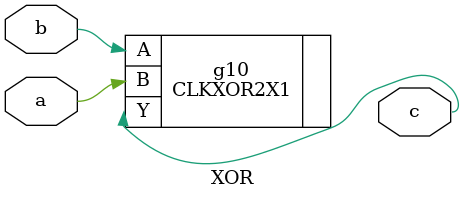
<source format=v>


// Verification Directory fv/XOR 

module XOR(a, b, c);
  input a, b;
  output c;
  wire a, b;
  wire c;
  CLKXOR2X1 g10(.A (b), .B (a), .Y (c));
endmodule



</source>
